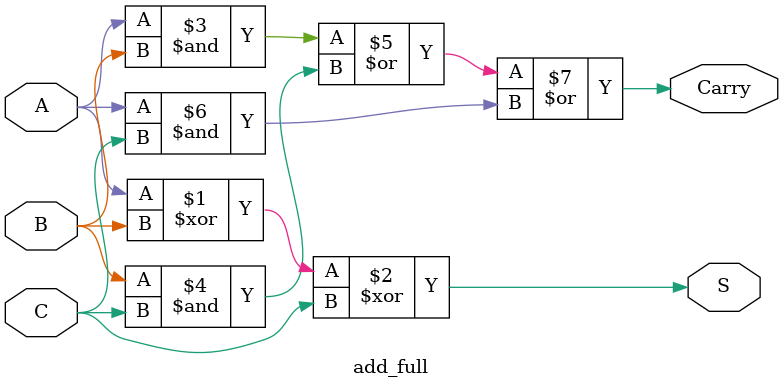
<source format=v>

module add_full(A, B, C, Carry, S);
    input A, B, C;
    output Carry, S;
    assign S = A^B^C;
    assign Carry = (A&B) | (B&C) | (A&C);
endmodule


</source>
